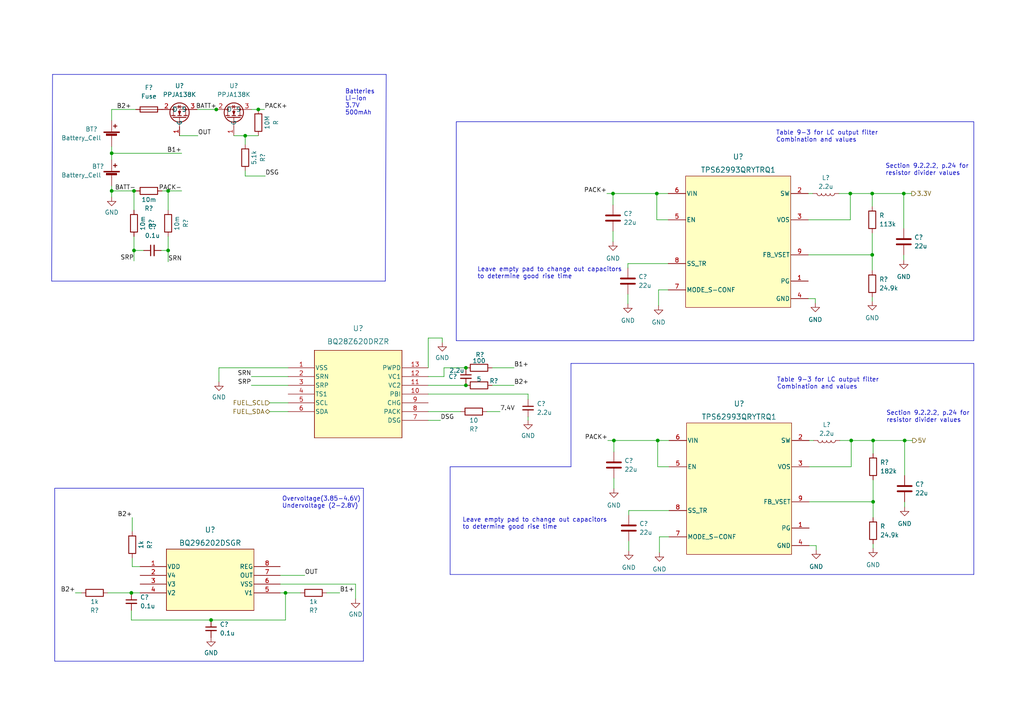
<source format=kicad_sch>
(kicad_sch (version 20230121) (generator eeschema)
  (paper "A4")
  (lib_symbols
    (symbol "Device:Battery_Cell" (pin_numbers hide) (pin_names (offset 0) hide)
      (property "Reference" "BT" (at 2.54 2.54 0))
      (property "Value" "Battery_Cell" (at 2.54 0 0))
      (symbol "Battery_Cell_0_1"
        (rectangle (start -2.286 1.778) (end 2.286 1.524) (fill (type outline)))
        (rectangle (start -1.5748 1.1938) (end 1.4732 0.6858) (fill (type outline)))
        (polyline (pts (xy 0 0.762) (xy 0 0)))
        (polyline (pts (xy 0 1.778) (xy 0 2.54)))
        (polyline (pts (xy 0.508 3.429) (xy 1.524 3.429)) (stroke (width 0.254)))
        (polyline (pts (xy 1.016 3.937) (xy 1.016 2.921)) (stroke (width 0.254)))
      )
      (symbol "Battery_Cell_1_1"
        (pin passive line (at 0 5.08 270) (length 2.54) (name "+") (number "1"))
        (pin passive line (at 0 -2.54 90) (length 2.54) (name "-") (number "2"))
      )
    )
    (symbol "Device:C" (pin_numbers hide) (pin_names (offset 0.254))
      (property "Reference" "C" (at 0.635 2.54 0))
      (property "Value" "C" (at 0.635 -2.54 0))
      (symbol "C_0_1"
        (polyline (pts (xy -2.032 -0.762) (xy 2.032 -0.762)) (stroke (width 0.508)))
        (polyline (pts (xy -2.032 0.762) (xy 2.032 0.762)) (stroke (width 0.508)))
      )
      (symbol "C_1_1"
        (pin passive line (at 0 3.81 270) (length 2.794) (name "~") (number "1"))
        (pin passive line (at 0 -3.81 90) (length 2.794) (name "~") (number "2"))
      )
    )
    (symbol "Device:C_Small" (pin_numbers hide) (pin_names (offset 0.254) hide)
      (property "Reference" "C" (at 0.254 1.778 0))
      (property "Value" "C_Small" (at 0.254 -2.032 0))
      (symbol "C_Small_0_1"
        (polyline (pts (xy -1.524 -0.508) (xy 1.524 -0.508)) (stroke (width 0.3302)))
        (polyline (pts (xy -1.524 0.508) (xy 1.524 0.508)) (stroke (width 0.3048)))
      )
      (symbol "C_Small_1_1"
        (pin passive line (at 0 2.54 270) (length 2.032) (name "~") (number "1"))
        (pin passive line (at 0 -2.54 90) (length 2.032) (name "~") (number "2"))
      )
    )
    (symbol "Device:Fuse" (pin_numbers hide) (pin_names (offset 0))
      (property "Reference" "F" (at 2.032 0 90))
      (property "Value" "Fuse" (at -1.905 0 90))
      (symbol "Fuse_0_1"
        (rectangle (start -0.762 -2.54) (end 0.762 2.54) (stroke (width 0.254)))
        (polyline (pts (xy 0 2.54) (xy 0 -2.54)))
      )
      (symbol "Fuse_1_1"
        (pin passive line (at 0 3.81 270) (length 1.27) (name "~") (number "1"))
        (pin passive line (at 0 -3.81 90) (length 1.27) (name "~") (number "2"))
      )
    )
    (symbol "Device:L" (pin_numbers hide) (pin_names (offset 1.016) hide)
      (property "Reference" "L" (at -1.27 0 90))
      (property "Value" "L" (at 1.905 0 90))
      (symbol "L_0_1"
        (arc (start 0 -2.54) (mid 0.6323 -1.905) (end 0 -1.27))
        (arc (start 0 -1.27) (mid 0.6323 -0.635) (end 0 0))
        (arc (start 0 0) (mid 0.6323 0.635) (end 0 1.27))
        (arc (start 0 1.27) (mid 0.6323 1.905) (end 0 2.54))
      )
      (symbol "L_1_1"
        (pin passive line (at 0 3.81 270) (length 1.27) (name "1") (number "1"))
        (pin passive line (at 0 -3.81 90) (length 1.27) (name "2") (number "2"))
      )
    )
    (symbol "Device:R" (pin_numbers hide) (pin_names (offset 0))
      (property "Reference" "R" (at 2.032 0 90))
      (property "Value" "R" (at 0 0 90))
      (symbol "R_0_1"
        (rectangle (start -1.016 -2.54) (end 1.016 2.54) (stroke (width 0.254)))
      )
      (symbol "R_1_1"
        (pin passive line (at 0 3.81 270) (length 1.27) (name "~") (number "1"))
        (pin passive line (at 0 -3.81 90) (length 1.27) (name "~") (number "2"))
      )
    )
    (symbol "SmallSat-Peripherals-Board:BQ28Z620DRZR" (pin_names (offset 0.254))
      (property "Reference" "U" (at 20.32 10.16 0))
      (property "Value" "BQ28Z620DRZR" (at 20.32 7.62 0))
      (symbol "BQ28Z620DRZR_0_1"
        (polyline (pts (xy 7.62 5.08) (xy 7.62 -20.32)) (stroke (width 0.127)))
        (polyline (pts (xy 33.02 -20.32) (xy 33.02 5.08)) (stroke (width 0.127)))
        (polyline (pts (xy 33.02 5.08) (xy 7.62 5.08)) (stroke (width 0.127)))
        (pin power_in line (at 0 0 0) (length 7.62) (name "VSS") (number "1"))
        (pin power_in line (at 40.64 -7.62 180) (length 7.62) (name "PBI") (number "10"))
        (pin input line (at 40.64 -5.08 180) (length 7.62) (name "VC2") (number "11"))
        (pin input line (at 40.64 -2.54 180) (length 7.62) (name "VC1") (number "12"))
        (pin power_out line (at 40.64 0 180) (length 7.62) (name "PWPD") (number "13"))
        (pin input line (at 0 -2.54 0) (length 7.62) (name "SRN") (number "2"))
        (pin input line (at 0 -5.08 0) (length 7.62) (name "SRP") (number "3"))
        (pin input line (at 0 -7.62 0) (length 7.62) (name "TS1") (number "4"))
        (pin bidirectional line (at 0 -10.16 0) (length 7.62) (name "SCL") (number "5"))
        (pin bidirectional line (at 0 -12.7 0) (length 7.62) (name "SDA") (number "6"))
        (pin output line (at 40.64 -15.24 180) (length 7.62) (name "DSG") (number "7"))
        (pin input line (at 40.64 -12.7 180) (length 7.62) (name "PACK") (number "8"))
        (pin output line (at 40.64 -10.16 180) (length 7.62) (name "CHG") (number "9"))
      )
      (symbol "BQ28Z620DRZR_1_1"
        (rectangle (start 7.62 5.08) (end 33.02 -20.32) (fill (type background)))
      )
    )
    (symbol "SmallSat-Peripherals-Board:BQ296202DSGR" (pin_names (offset 0.254))
      (property "Reference" "U" (at -1.524 13.208 0))
      (property "Value" "BQ296202DSGR" (at -1.524 10.668 0))
      (symbol "BQ296202DSGR_0_1"
        (polyline (pts (xy -14.224 -9.652) (xy 11.176 -9.652)) (stroke (width 0.127)))
        (polyline (pts (xy -14.224 8.128) (xy -14.224 -9.652)) (stroke (width 0.127)))
        (polyline (pts (xy 11.176 8.128) (xy -14.224 8.128)) (stroke (width 0.127)))
        (pin power_in line (at -21.844 3.048 0) (length 7.62) (name "VDD") (number "1"))
        (pin input line (at -21.844 0.508 0) (length 7.62) (name "V4") (number "2"))
        (pin input line (at -21.844 -2.032 0) (length 7.62) (name "V3") (number "3"))
        (pin input line (at -21.844 -4.572 0) (length 7.62) (name "V2") (number "4"))
        (pin input line (at 18.796 -4.572 180) (length 7.62) (name "V1") (number "5"))
        (pin power_in line (at 18.796 -2.032 180) (length 7.62) (name "VSS") (number "6"))
        (pin output line (at 18.796 0.508 180) (length 7.62) (name "OUT") (number "7"))
        (pin output line (at 18.796 3.048 180) (length 7.62) (name "REG") (number "8"))
      )
      (symbol "BQ296202DSGR_1_1"
        (rectangle (start -14.224 8.128) (end 11.176 -9.652) (fill (type background)))
      )
    )
    (symbol "SmallSat-Peripherals-Board:PPJA138K"
      (property "Reference" "U" (at 0 12.7 0))
      (property "Value" "PPJA138K" (at 0 15.24 0))
      (symbol "PPJA138K_0_1"
        (polyline (pts (xy -1.27 0) (xy -4.064 0)))
        (polyline (pts (xy -1.27 1.905) (xy -1.27 -1.905)) (stroke (width 0.254)))
        (polyline (pts (xy -0.762 -1.27) (xy -0.762 -2.286)) (stroke (width 0.254)))
        (polyline (pts (xy -0.762 0.508) (xy -0.762 -0.508)) (stroke (width 0.254)))
        (polyline (pts (xy -0.762 2.286) (xy -0.762 1.27)) (stroke (width 0.254)))
        (polyline (pts (xy 1.016 2.54) (xy 1.016 1.778)))
        (polyline (pts (xy 1.016 -2.54) (xy 1.016 0) (xy -0.762 0)))
        (polyline (pts (xy -0.762 -1.778) (xy 1.778 -1.778) (xy 1.778 1.778) (xy -0.762 1.778)))
        (polyline (pts (xy -0.508 0) (xy 0.508 0.381) (xy 0.508 -0.381) (xy -0.508 0)) (fill (type outline)))
        (polyline (pts (xy 1.27 0.508) (xy 1.397 0.381) (xy 2.159 0.381) (xy 2.286 0.254)))
        (polyline (pts (xy 1.778 0.381) (xy 1.397 -0.254) (xy 2.159 -0.254) (xy 1.778 0.381)))
        (circle (center 0.127 0) (radius 2.794) (stroke (width 0.254)))
        (circle (center 1.016 -1.778) (radius 0.254) (fill (type outline)))
        (circle (center 1.016 1.778) (radius 0.254) (fill (type outline)))
      )
      (symbol "PPJA138K_1_1"
        (pin input line (at -6.604 0 0) (length 2.54) (name "G") (number "1"))
        (pin passive line (at 1.016 5.08 270) (length 2.54) (name "D") (number "2"))
        (pin passive line (at 1.016 -5.08 90) (length 2.54) (name "S") (number "3"))
      )
    )
    (symbol "SmallSat-Peripherals-Board:TPS62993QRYTRQ1" (pin_names (offset 0.254))
      (property "Reference" "U" (at 0 2.54 0))
      (property "Value" "TPS62993QRYTRQ1" (at 0 0 0))
      (symbol "TPS62993QRYTRQ1_0_1"
        (pin open_collector line (at 40.64 -25.4 180) (length 5.08) (name "PG") (number "1"))
        (pin unspecified line (at 40.64 0 180) (length 5.08) (name "SW") (number "2"))
        (pin unspecified line (at 40.64 -7.62 180) (length 5.08) (name "VOS") (number "3"))
        (pin power_in line (at 40.64 -30.48 180) (length 5.08) (name "GND") (number "4"))
        (pin input line (at 0 -7.62 0) (length 5.08) (name "EN") (number "5"))
        (pin power_in line (at 0 0 0) (length 5.08) (name "VIN") (number "6"))
        (pin input line (at 0 -27.94 0) (length 5.08) (name "MODE_S-CONF") (number "7"))
        (pin unspecified line (at 0 -20.32 0) (length 5.08) (name "SS_TR") (number "8"))
        (pin unspecified line (at 40.64 -17.78 180) (length 5.08) (name "FB_VSET") (number "9"))
      )
      (symbol "TPS62993QRYTRQ1_1_1"
        (rectangle (start 5.08 5.08) (end 35.56 -33.02) (fill (type background)))
      )
    )
    (symbol "power:GND" (power) (pin_names (offset 0))
      (property "Value" "GND" (at 0 -3.81 0))
      (symbol "GND_0_1"
        (polyline (pts (xy 0 0) (xy 0 -1.27) (xy 1.27 -1.27) (xy 0 -2.54) (xy -1.27 -1.27) (xy 0 -1.27)))
      )
      (symbol "GND_1_1"
        (pin power_in line (at 0 0 270) (length 0) hide (name "GND") (number "1"))
      )
    )
  )
  (junction (at 32.385 44.45))
  (junction (at 32.385 55.372))
  (junction (at 262.128 56.134))
  (junction (at 253.238 127.762))
  (junction (at 82.804 171.958))
  (junction (at 190.5 56.134))
  (junction (at 253.238 145.542))
  (junction (at 190.754 127.762))
  (junction (at 135.128 106.68))
  (junction (at 252.984 73.914))
  (junction (at 178.054 127.762))
  (junction (at 38.1 171.958))
  (junction (at 62.738 31.75))
  (junction (at 262.382 127.762))
  (junction (at 71.12 39.37))
  (junction (at 252.984 56.134))
  (junction (at 135.128 111.76))
  (junction (at 61.214 179.832))
  (junction (at 38.862 72.644))
  (junction (at 38.862 55.372))
  (junction (at 48.768 72.644))
  (junction (at 246.888 127.762))
  (junction (at 74.93 31.75))
  (junction (at 246.634 56.134))
  (junction (at 48.768 55.372))
  (junction (at 177.8 56.134))
  (wire (pts (xy 234.442 86.614) (xy 236.474 86.614)))
  (wire (pts (xy 78.232 119.38) (xy 83.566 119.38)))
  (wire (pts (xy 253.238 139.192) (xy 253.238 145.542)))
  (wire (pts (xy 243.332 56.134) (xy 246.634 56.134)))
  (wire (pts (xy 124.206 119.38) (xy 133.604 119.38)))
  (wire (pts (xy 38.862 72.644) (xy 41.656 72.644)))
  (wire (pts (xy 32.385 53.975) (xy 32.385 55.372)))
  (wire (pts (xy 262.382 127.762) (xy 262.382 137.922)))
  (wire (pts (xy 48.768 55.372) (xy 52.705 55.372)))
  (wire (pts (xy 32.385 55.372) (xy 38.862 55.372)))
  (wire (pts (xy 103.124 169.418) (xy 103.124 173.736)))
  (wire (pts (xy 46.99 55.372) (xy 48.768 55.372)))
  (wire (pts (xy 38.862 55.372) (xy 39.37 55.372)))
  (wire (pts (xy 48.768 72.644) (xy 48.768 68.58)))
  (wire (pts (xy 32.385 42.545) (xy 32.385 44.45)))
  (wire (pts (xy 21.844 171.958) (xy 23.622 171.958)))
  (wire (pts (xy 82.804 171.958) (xy 82.804 179.832)))
  (polyline (pts (xy 111.76 81.534) (xy 14.986 81.534)))
  (wire (pts (xy 153.162 114.3) (xy 153.162 115.824)))
  (wire (pts (xy 193.802 56.134) (xy 190.5 56.134)))
  (wire (pts (xy 252.984 56.134) (xy 262.128 56.134)))
  (wire (pts (xy 178.054 138.684) (xy 178.054 141.732)))
  (wire (pts (xy 253.238 127.762) (xy 253.238 131.572)))
  (wire (pts (xy 243.586 127.762) (xy 246.888 127.762)))
  (wire (pts (xy 82.804 171.958) (xy 87.122 171.958)))
  (wire (pts (xy 194.056 127.762) (xy 190.754 127.762)))
  (polyline (pts (xy 132.334 98.806) (xy 282.448 98.806)))
  (wire (pts (xy 62.738 31.75) (xy 62.865 31.75)))
  (wire (pts (xy 190.5 56.134) (xy 177.8 56.134)))
  (wire (pts (xy 32.385 44.45) (xy 32.385 46.355)))
  (wire (pts (xy 190.754 127.762) (xy 178.054 127.762)))
  (polyline (pts (xy 112.014 21.59) (xy 111.76 81.534)))
  (wire (pts (xy 262.128 56.134) (xy 262.128 66.294)))
  (wire (pts (xy 38.1 179.832) (xy 61.214 179.832)))
  (wire (pts (xy 32.385 31.75) (xy 39.37 31.75)))
  (polyline (pts (xy 130.556 135.382) (xy 165.608 135.382)))
  (polyline (pts (xy 15.24 21.59) (xy 14.986 81.534)))
  (wire (pts (xy 182.118 76.454) (xy 182.118 77.724)))
  (wire (pts (xy 253.238 127.762) (xy 262.382 127.762)))
  (wire (pts (xy 252.984 56.134) (xy 252.984 59.944)))
  (wire (pts (xy 71.12 51.054) (xy 76.962 51.054)))
  (wire (pts (xy 124.206 111.76) (xy 135.128 111.76)))
  (wire (pts (xy 234.696 127.762) (xy 235.966 127.762)))
  (wire (pts (xy 72.898 109.22) (xy 83.566 109.22)))
  (wire (pts (xy 246.634 56.134) (xy 252.984 56.134)))
  (wire (pts (xy 234.442 63.754) (xy 246.634 63.754)))
  (wire (pts (xy 40.64 164.338) (xy 38.354 164.338)))
  (wire (pts (xy 262.382 145.542) (xy 262.382 147.066)))
  (wire (pts (xy 128.778 109.22) (xy 128.778 106.68)))
  (wire (pts (xy 234.442 56.134) (xy 235.712 56.134)))
  (wire (pts (xy 191.262 155.702) (xy 191.262 160.274)))
  (wire (pts (xy 32.385 44.45) (xy 52.705 44.45)))
  (wire (pts (xy 178.054 127.762) (xy 176.276 127.762)))
  (wire (pts (xy 234.442 73.914) (xy 252.984 73.914)))
  (wire (pts (xy 193.802 63.754) (xy 190.5 63.754)))
  (wire (pts (xy 182.372 148.082) (xy 182.372 149.352)))
  (wire (pts (xy 94.742 171.958) (xy 98.552 171.958)))
  (wire (pts (xy 246.888 135.382) (xy 246.888 127.762)))
  (wire (pts (xy 83.566 106.68) (xy 63.5 106.68)))
  (wire (pts (xy 141.224 119.38) (xy 145.034 119.38)))
  (wire (pts (xy 234.696 145.542) (xy 253.238 145.542)))
  (wire (pts (xy 124.206 98.044) (xy 128.27 98.044)))
  (wire (pts (xy 46.736 72.644) (xy 48.768 72.644)))
  (wire (pts (xy 81.28 166.878) (xy 88.392 166.878)))
  (wire (pts (xy 194.056 148.082) (xy 182.372 148.082)))
  (wire (pts (xy 32.385 34.925) (xy 32.385 31.75)))
  (wire (pts (xy 142.748 106.68) (xy 149.098 106.68)))
  (wire (pts (xy 71.12 39.37) (xy 71.12 41.91)))
  (wire (pts (xy 253.238 157.734) (xy 253.238 159.004)))
  (wire (pts (xy 177.8 56.134) (xy 177.8 59.436)))
  (wire (pts (xy 252.984 73.914) (xy 252.984 78.486)))
  (wire (pts (xy 236.474 86.614) (xy 236.474 87.884)))
  (wire (pts (xy 61.214 179.832) (xy 82.804 179.832)))
  (polyline (pts (xy 282.448 35.306) (xy 132.334 35.306)))
  (wire (pts (xy 153.162 120.904) (xy 153.162 121.92)))
  (wire (pts (xy 262.128 56.134) (xy 264.414 56.134)))
  (wire (pts (xy 78.232 116.84) (xy 83.566 116.84)))
  (wire (pts (xy 31.242 171.958) (xy 38.1 171.958)))
  (polyline (pts (xy 132.334 35.306) (xy 132.334 98.806)))
  (wire (pts (xy 246.634 63.754) (xy 246.634 56.134)))
  (wire (pts (xy 72.898 31.75) (xy 74.93 31.75)))
  (wire (pts (xy 67.818 39.37) (xy 71.12 39.37)))
  (wire (pts (xy 38.862 55.372) (xy 38.862 60.96)))
  (wire (pts (xy 63.5 106.68) (xy 63.5 110.744)))
  (wire (pts (xy 236.728 158.242) (xy 236.728 159.512)))
  (wire (pts (xy 81.28 169.418) (xy 103.124 169.418)))
  (wire (pts (xy 38.1 177.038) (xy 38.1 179.832)))
  (polyline (pts (xy 15.875 191.77) (xy 15.875 141.605)))
  (wire (pts (xy 234.696 135.382) (xy 246.888 135.382)))
  (polyline (pts (xy 15.875 141.605) (xy 105.41 141.605)))
  (wire (pts (xy 191.008 84.074) (xy 191.008 88.646)))
  (wire (pts (xy 71.12 49.53) (xy 71.12 51.054)))
  (wire (pts (xy 252.984 86.106) (xy 252.984 87.376)))
  (wire (pts (xy 32.385 55.372) (xy 32.385 57.15)))
  (wire (pts (xy 177.8 56.134) (xy 176.022 56.134)))
  (wire (pts (xy 182.118 85.344) (xy 182.118 88.138)))
  (wire (pts (xy 190.754 135.382) (xy 190.754 127.762)))
  (wire (pts (xy 124.206 114.3) (xy 153.162 114.3)))
  (polyline (pts (xy 282.448 166.624) (xy 130.556 166.624)))
  (wire (pts (xy 74.93 31.75) (xy 76.708 31.75)))
  (wire (pts (xy 38.354 164.338) (xy 38.354 161.798)))
  (wire (pts (xy 48.768 72.644) (xy 48.768 75.946)))
  (wire (pts (xy 190.5 63.754) (xy 190.5 56.134)))
  (wire (pts (xy 252.984 67.564) (xy 252.984 73.914)))
  (wire (pts (xy 71.12 39.37) (xy 74.93 39.37)))
  (wire (pts (xy 193.802 76.454) (xy 182.118 76.454)))
  (wire (pts (xy 142.748 111.76) (xy 149.098 111.76)))
  (wire (pts (xy 124.206 109.22) (xy 128.778 109.22)))
  (wire (pts (xy 83.566 111.76) (xy 72.898 111.76)))
  (wire (pts (xy 38.862 68.58) (xy 38.862 72.644)))
  (wire (pts (xy 234.696 158.242) (xy 236.728 158.242)))
  (wire (pts (xy 128.27 98.044) (xy 128.27 99.314)))
  (polyline (pts (xy 282.448 98.806) (xy 282.448 35.306)))
  (wire (pts (xy 253.238 145.542) (xy 253.238 150.114)))
  (wire (pts (xy 124.206 121.92) (xy 127.762 121.92)))
  (wire (pts (xy 177.8 67.056) (xy 177.8 70.104)))
  (wire (pts (xy 57.15 31.75) (xy 62.738 31.75)))
  (polyline (pts (xy 282.448 105.41) (xy 282.448 166.624)))
  (wire (pts (xy 193.802 84.074) (xy 191.008 84.074)))
  (wire (pts (xy 81.28 171.958) (xy 82.804 171.958)))
  (wire (pts (xy 38.862 72.644) (xy 38.862 75.692)))
  (wire (pts (xy 128.778 106.68) (xy 135.128 106.68)))
  (wire (pts (xy 262.382 127.762) (xy 264.668 127.762)))
  (wire (pts (xy 38.1 171.958) (xy 40.64 171.958)))
  (wire (pts (xy 194.056 155.702) (xy 191.262 155.702)))
  (polyline (pts (xy 165.608 135.382) (xy 165.608 105.41)))
  (wire (pts (xy 246.888 127.762) (xy 253.238 127.762)))
  (wire (pts (xy 262.128 73.914) (xy 262.128 75.438)))
  (wire (pts (xy 182.372 156.972) (xy 182.372 159.766)))
  (polyline (pts (xy 165.608 105.41) (xy 282.448 105.41)))
  (wire (pts (xy 124.206 106.68) (xy 124.206 98.044)))
  (polyline (pts (xy 105.41 141.605) (xy 105.41 191.77)))
  (wire (pts (xy 48.768 55.372) (xy 48.768 60.96)))
  (wire (pts (xy 52.07 39.37) (xy 57.404 39.37)))
  (polyline (pts (xy 15.24 21.59) (xy 112.014 21.59)))
  (wire (pts (xy 178.054 127.762) (xy 178.054 131.064)))
  (polyline (pts (xy 130.556 166.624) (xy 130.556 135.382)))
  (polyline (pts (xy 105.41 191.77) (xy 15.875 191.77)))
  (wire (pts (xy 194.056 135.382) (xy 190.754 135.382)))
  (wire (pts (xy 38.354 150.114) (xy 38.354 154.178)))
  (text "Section 9.2.2.2, p.24 for \nresistor divider values\n" (at 256.794 51.054 0) (effects (font (size 1.27 1.27)) (justify left bottom)))
  (text "Table 9-3 for LC output filter\nCombination and values" (at 225.298 113.03 0) (effects (font (size 1.27 1.27)) (justify left bottom)))
  (text "Table 9-3 for LC output filter\nCombination and values" (at 225.044 41.402 0) (effects (font (size 1.27 1.27)) (justify left bottom)))
  (text "Batteries\nLi-ion\n3.7V\n500mAh" (at 100.076 33.528 0) (effects (font (size 1.27 1.27)) (justify left bottom)))
  (text "Leave empty pad to change out capacitors\nto determine good rise time" (at 134.112 153.67 0) (effects (font (size 1.27 1.27)) (justify left bottom)))
  (text "Overvoltage(3.85-4.6V)\nUndervoltage (2-2.8V)" (at 81.788 147.574 0) (effects (font (size 1.27 1.27)) (justify left bottom)))
  (text "Leave empty pad to change out capacitors\nto determine good rise time" (at 138.43 81.026 0) (effects (font (size 1.27 1.27)) (justify left bottom)))
  (text "Section 9.2.2.2, p.24 for \nresistor divider values\n" (at 257.048 122.682 0) (effects (font (size 1.27 1.27)) (justify left bottom)))
  (label "DSG" (at 76.962 51.054 0))
  (label "7.4V" (at 145.034 119.38 0))
  (label "B2+" (at 38.354 150.114 180))
  (label "SRP" (at 72.898 111.76 180))
  (label "PACK+" (at 76.708 31.75 0))
  (label "B2+" (at 21.844 171.958 180))
  (label "B1+" (at 98.552 171.958 0))
  (label "PACK+" (at 176.022 56.134 180))
  (label "SRN" (at 48.768 75.946 0))
  (label "BATT+" (at 62.865 31.75 180))
  (label "B2+" (at 38.1 31.75 180))
  (label "OUT" (at 88.392 166.878 0))
  (label "B1+" (at 52.705 44.45 180))
  (label "B2+" (at 149.098 111.76 0))
  (label "SRP" (at 38.862 75.692 180))
  (label "PACK+" (at 176.276 127.762 180))
  (label "PACK-" (at 52.705 55.372 180))
  (label "BATT-" (at 39.37 55.372 180))
  (label "DSG" (at 127.762 121.92 0))
  (label "OUT" (at 57.404 39.37 0))
  (label "SRN" (at 72.898 109.22 180))
  (label "B1+" (at 149.098 106.68 0))
  (hierarchical_label "3.3V" (shape output) (at 264.414 56.134 0))
  (hierarchical_label "FUEL_SCL" (shape input) (at 78.232 116.84 180))
  (hierarchical_label "FUEL_SDA" (shape bidirectional) (at 78.232 119.38 180))
  (hierarchical_label "5V" (shape output) (at 264.668 127.762 0))
  (symbol (lib_id "power:GND") (at 103.124 173.736 0) (unit 1)
    (property "Reference" "#PWR?" (effects hide))
    (property "Value" "GND" (at 103.124 178.181 0))
  )
  (symbol (lib_id "Device:R") (at 27.432 171.958 90) (unit 1)
    (property "Reference" "R?" (at 27.432 177.038 90))
    (property "Value" "1k" (at 27.432 174.498 90))
  )
  (symbol (lib_id "SmallSat-Peripherals-Board:PPJA138K") (at 67.818 32.766 90) (unit 1)
    (property "Reference" "U?" (at 67.818 24.892 90))
    (property "Value" "PPJA138K" (at 67.818 27.432 90))
    (property "Datasheet" "https://www.panjit.com.tw/upload/datasheet/PJA138K.pdf" (effects hide))
  )
  (symbol (lib_id "Device:R") (at 43.18 55.372 90) (unit 1)
    (property "Reference" "R?" (at 43.18 60.452 90))
    (property "Value" "10m" (at 43.18 57.912 90))
  )
  (symbol (lib_id "SmallSat-Peripherals-Board:BQ296202DSGR") (at 62.484 167.386 0) (unit 1)
    (property "Reference" "U?" (at 60.96 153.67 0) (effects (font (size 1.524 1.524))))
    (property "Value" "BQ296202DSGR" (at 60.96 157.48 0) (effects (font (size 1.524 1.524))))
    (property "Footprint" "DSG8_TEX" (effects hide))
    (property "Datasheet" "https://www.ti.com/lit/ds/symlink/bq2962.pdf?ts=1707650538218&ref_url=https%253A%252F%252Fwww.mouser.de%252F" (effects hide))
  )
  (symbol (lib_id "power:GND") (at 128.27 99.314 0) (unit 1)
    (property "Reference" "#PWR?" (effects hide))
    (property "Value" "GND" (at 128.27 103.759 0))
  )
  (symbol (lib_id "Device:R") (at 137.414 119.38 90) (unit 1)
    (property "Reference" "R?" (at 137.414 124.46 90))
    (property "Value" "10" (at 137.414 121.92 90))
  )
  (symbol (lib_id "Device:C") (at 182.118 81.534 0) (unit 1)
    (property "Reference" "C?" (at 185.166 80.2639 0) (effects (justify left)))
    (property "Value" "22u" (at 185.166 82.8039 0) (effects (justify left)))
  )
  (symbol (lib_id "Device:R") (at 38.862 64.77 180) (unit 1)
    (property "Reference" "R?" (at 43.942 64.77 90))
    (property "Value" "10m" (at 41.402 64.77 90))
  )
  (symbol (lib_id "Device:C") (at 182.372 153.162 0) (unit 1)
    (property "Reference" "C?" (at 185.42 151.8919 0) (effects (justify left)))
    (property "Value" "22u" (at 185.42 154.4319 0) (effects (justify left)))
  )
  (symbol (lib_id "Device:C_Small") (at 135.128 109.22 0) (unit 1)
    (property "Reference" "C?" (at 130.048 109.22 0) (effects (justify left)))
    (property "Value" "2.2u" (at 130.302 107.442 0) (effects (justify left)))
  )
  (symbol (lib_id "Device:L") (at 239.776 127.762 270) (unit 1)
    (property "Reference" "L?" (at 239.776 123.19 90))
    (property "Value" "2.2u" (at 239.776 125.73 90))
  )
  (symbol (lib_id "power:GND") (at 63.5 110.744 0) (unit 1)
    (property "Reference" "#PWR?" (effects hide))
    (property "Value" "GND" (at 63.5 115.189 0))
  )
  (symbol (lib_id "Device:Battery_Cell") (at 32.385 51.435 0) (unit 1)
    (property "Reference" "BT?" (at 26.67 48.26 0) (effects (justify left)))
    (property "Value" "Battery_Cell" (at 17.78 50.8 0) (effects (justify left)))
  )
  (symbol (lib_id "SmallSat-Peripherals-Board:TPS62993QRYTRQ1") (at 194.056 127.762 0) (unit 1)
    (property "Reference" "U?" (at 214.376 117.094 0) (effects (font (size 1.524 1.524))))
    (property "Value" "TPS62993QRYTRQ1" (at 214.376 120.904 0) (effects (font (size 1.524 1.524))))
    (property "Footprint" "RYT0009A-MFG" (effects hide))
    (property "Datasheet" "https://www.ti.com/lit/ds/symlink/tps62993-q1.pdf?ts=1708291518499&ref_url=https%253A%252F%252Fwww.ti.com%252Fproduct%252FTPS62993-Q1" (effects hide))
  )
  (symbol (lib_id "power:GND") (at 178.054 141.732 0) (unit 1)
    (property "Reference" "#PWR?" (effects hide))
    (property "Value" "GND" (at 178.054 146.558 0))
  )
  (symbol (lib_id "Device:R") (at 138.938 111.76 90) (unit 1)
    (property "Reference" "R?" (at 143.256 110.49 90))
    (property "Value" "5" (at 138.938 109.982 90))
  )
  (symbol (lib_id "Device:R") (at 71.12 45.72 180) (unit 1)
    (property "Reference" "R?" (at 76.2 45.72 90))
    (property "Value" "5.1k" (at 73.66 45.72 90))
  )
  (symbol (lib_id "Device:R") (at 48.768 64.77 180) (unit 1)
    (property "Reference" "R?" (at 53.848 64.77 90))
    (property "Value" "10m" (at 51.308 64.77 90))
  )
  (symbol (lib_id "Device:R") (at 38.354 157.988 180) (unit 1)
    (property "Reference" "R?" (at 43.434 157.988 90))
    (property "Value" "1k" (at 40.894 157.988 90))
  )
  (symbol (lib_id "power:GND") (at 262.382 147.066 0) (unit 1)
    (property "Reference" "#PWR?" (effects hide))
    (property "Value" "GND" (at 262.382 151.892 0))
  )
  (symbol (lib_id "Device:C") (at 178.054 134.874 0) (unit 1)
    (property "Reference" "C?" (at 181.102 133.6039 0) (effects (justify left)))
    (property "Value" "22u" (at 181.102 136.1439 0) (effects (justify left)))
  )
  (symbol (lib_id "power:GND") (at 182.118 88.138 0) (unit 1)
    (property "Reference" "#PWR?" (effects hide))
    (property "Value" "GND" (at 182.118 92.964 0))
  )
  (symbol (lib_id "Device:R") (at 253.238 153.924 0) (unit 1)
    (property "Reference" "R" (at 255.27 152.6539 0) (effects (justify left)))
    (property "Value" "24.9k" (at 255.27 155.1939 0) (effects (justify left)))
  )
  (symbol (lib_id "power:GND") (at 61.214 184.912 0) (unit 1)
    (property "Reference" "#PWR?" (effects hide))
    (property "Value" "GND" (at 61.214 189.357 0))
  )
  (symbol (lib_id "Device:Battery_Cell") (at 32.385 40.005 0) (unit 1)
    (property "Reference" "BT?" (at 24.765 37.465 0) (effects (justify left)))
    (property "Value" "Battery_Cell" (at 17.78 40.005 0) (effects (justify left)))
  )
  (symbol (lib_id "power:GND") (at 32.385 57.15 0) (unit 1)
    (property "Reference" "#PWR?" (effects hide))
    (property "Value" "GND" (at 32.385 61.595 0))
  )
  (symbol (lib_id "Device:R") (at 252.984 63.754 0) (unit 1)
    (property "Reference" "R" (at 255.016 62.4839 0) (effects (justify left)))
    (property "Value" "113k" (at 255.016 65.0239 0) (effects (justify left)))
  )
  (symbol (lib_id "power:GND") (at 262.128 75.438 0) (unit 1)
    (property "Reference" "#PWR?" (effects hide))
    (property "Value" "GND" (at 262.128 80.264 0))
  )
  (symbol (lib_id "power:GND") (at 236.474 87.884 0) (unit 1)
    (property "Reference" "#PWR?" (effects hide))
    (property "Value" "GND" (at 236.474 92.71 0))
  )
  (symbol (lib_id "power:GND") (at 191.262 160.274 0) (unit 1)
    (property "Reference" "#PWR?" (effects hide))
    (property "Value" "GND" (at 191.262 165.1 0))
  )
  (symbol (lib_id "Device:C_Small") (at 44.196 72.644 90) (unit 1)
    (property "Reference" "C?" (at 44.2023 65.786 90))
    (property "Value" "0.1u" (at 44.2023 68.326 90))
  )
  (symbol (lib_id "Device:R") (at 253.238 135.382 0) (unit 1)
    (property "Reference" "R?" (at 255.27 134.1119 0) (effects (justify left)))
    (property "Value" "182k" (at 255.27 136.6519 0) (effects (justify left)))
  )
  (symbol (lib_id "power:GND") (at 182.372 159.766 0) (unit 1)
    (property "Reference" "#PWR?" (effects hide))
    (property "Value" "GND" (at 182.372 164.592 0))
  )
  (symbol (lib_id "Device:R") (at 90.932 171.958 90) (unit 1)
    (property "Reference" "R?" (at 90.932 177.038 90))
    (property "Value" "1k" (at 90.932 174.498 90))
  )
  (symbol (lib_id "Device:C_Small") (at 153.162 118.364 0) (unit 1)
    (property "Reference" "C?" (at 155.702 117.1002 0) (effects (justify left)))
    (property "Value" "2.2u" (at 155.702 119.6402 0) (effects (justify left)))
  )
  (symbol (lib_id "Device:C_Small") (at 61.214 182.372 0) (unit 1)
    (property "Reference" "C?" (at 63.754 181.1082 0) (effects (justify left)))
    (property "Value" "0.1u" (at 63.754 183.6482 0) (effects (justify left)))
  )
  (symbol (lib_id "Device:C") (at 177.8 63.246 0) (unit 1)
    (property "Reference" "C?" (at 180.848 61.9759 0) (effects (justify left)))
    (property "Value" "22u" (at 180.848 64.5159 0) (effects (justify left)))
  )
  (symbol (lib_id "Device:C") (at 262.382 141.732 0) (unit 1)
    (property "Reference" "C?" (at 265.43 140.4619 0) (effects (justify left)))
    (property "Value" "22u" (at 265.43 143.0019 0) (effects (justify left)))
  )
  (symbol (lib_id "power:GND") (at 191.008 88.646 0) (unit 1)
    (property "Reference" "#PWR?" (effects hide))
    (property "Value" "GND" (at 191.008 93.472 0))
  )
  (symbol (lib_id "SmallSat-Peripherals-Board:BQ28Z620DRZR") (at 83.566 106.68 0) (unit 1)
    (property "Reference" "U?" (at 103.886 95.25 0) (effects (font (size 1.524 1.524))))
    (property "Value" "BQ28Z620DRZR" (at 103.886 99.06 0) (effects (font (size 1.524 1.524))))
    (property "Footprint" "VSON12_DRZ_TEX" (effects hide))
    (property "Datasheet" "https://www.ti.com/lit/ds/symlink/bq28z620.pdf?ts=1707609817811" (effects hide))
  )
  (symbol (lib_id "Device:R") (at 74.93 35.56 180) (unit 1)
    (property "Reference" "R" (at 80.01 35.56 90))
    (property "Value" "10M" (at 77.47 35.56 90))
  )
  (symbol (lib_id "power:GND") (at 236.728 159.512 0) (unit 1)
    (property "Reference" "#PWR?" (effects hide))
    (property "Value" "GND" (at 236.728 164.338 0))
  )
  (symbol (lib_id "SmallSat-Peripherals-Board:PPJA138K") (at 52.07 32.766 90) (unit 1)
    (property "Reference" "U?" (at 52.07 24.892 90))
    (property "Value" "PPJA138K" (at 52.07 27.432 90))
    (property "Datasheet" "https://www.panjit.com.tw/upload/datasheet/PJA138K.pdf" (effects hide))
  )
  (symbol (lib_id "Device:C_Small") (at 38.1 174.498 0) (unit 1)
    (property "Reference" "C?" (at 40.64 173.2342 0) (effects (justify left)))
    (property "Value" "0.1u" (at 40.64 175.7742 0) (effects (justify left)))
  )
  (symbol (lib_id "Device:L") (at 239.522 56.134 270) (unit 1)
    (property "Reference" "L?" (at 239.522 51.562 90))
    (property "Value" "2.2u" (at 239.522 54.102 90))
  )
  (symbol (lib_id "Device:R") (at 138.938 106.68 90) (unit 1)
    (property "Reference" "R?" (at 139.192 102.87 90))
    (property "Value" "100" (at 138.938 104.648 90))
  )
  (symbol (lib_id "power:GND") (at 253.238 159.004 0) (unit 1)
    (property "Reference" "#PWR?" (effects hide))
    (property "Value" "GND" (at 253.238 163.83 0))
  )
  (symbol (lib_id "Device:C") (at 262.128 70.104 0) (unit 1)
    (property "Reference" "C?" (at 265.176 68.8339 0) (effects (justify left)))
    (property "Value" "22u" (at 265.176 71.3739 0) (effects (justify left)))
  )
  (symbol (lib_id "power:GND") (at 252.984 87.376 0) (unit 1)
    (property "Reference" "#PWR?" (effects hide))
    (property "Value" "GND" (at 252.984 92.202 0))
  )
  (symbol (lib_id "power:GND") (at 153.162 121.92 0) (unit 1)
    (property "Reference" "#PWR?" (effects hide))
    (property "Value" "GND" (at 153.162 126.365 0))
  )
  (symbol (lib_id "Device:Fuse") (at 43.18 31.75 90) (unit 1)
    (property "Reference" "F?" (at 43.18 25.4 90))
    (property "Value" "Fuse" (at 43.18 27.94 90))
  )
  (symbol (lib_id "power:GND") (at 177.8 70.104 0) (unit 1)
    (property "Reference" "#PWR?" (effects hide))
    (property "Value" "GND" (at 177.8 74.93 0))
  )
  (symbol (lib_id "SmallSat-Peripherals-Board:TPS62993QRYTRQ1") (at 193.802 56.134 0) (unit 1)
    (property "Reference" "U?" (at 214.122 45.466 0) (effects (font (size 1.524 1.524))))
    (property "Value" "TPS62993QRYTRQ1" (at 214.122 49.276 0) (effects (font (size 1.524 1.524))))
    (property "Footprint" "RYT0009A-MFG" (effects hide))
    (property "Datasheet" "https://www.ti.com/lit/ds/symlink/tps62993-q1.pdf?ts=1708291518499&ref_url=https%253A%252F%252Fwww.ti.com%252Fproduct%252FTPS62993-Q1" (effects hide))
  )
  (symbol (lib_id "Device:R") (at 252.984 82.296 0) (unit 1)
    (property "Reference" "R?" (at 255.016 81.0259 0) (effects (justify left)))
    (property "Value" "24.9k" (at 255.016 83.5659 0) (effects (justify left)))
  )
)
</source>
